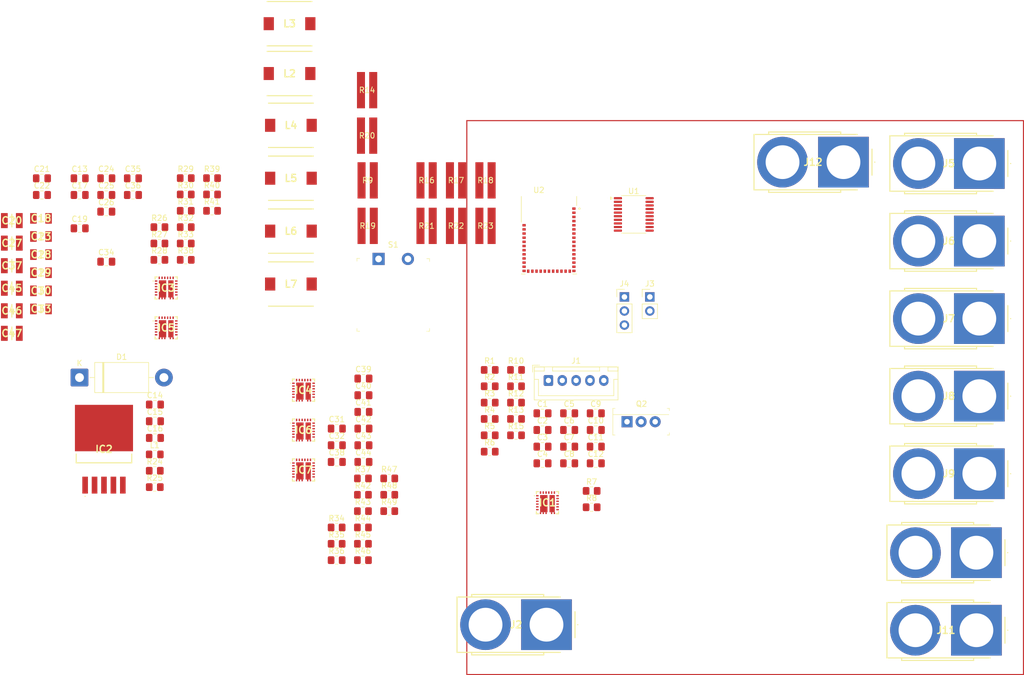
<source format=kicad_pcb>
(kicad_pcb (version 20241229) (generator "pcbnew") (generator_version "9.0")
  (layers (0 "F.Cu" signal) (2 "B.Cu" signal) (13 "F.Paste" user) (15 "B.Paste" user) (5 "F.SilkS" user "F.Silkscreen") (7 "B.SilkS" user "B.Silkscreen") (1 "F.Mask" user) (3 "B.Mask" user) (25 "Edge.Cuts" user))
  (net 0 "")
  (net 2 "Net-(U1-BAT)")
  (net 4 "GND1")
  (net 8 "Net-(IC1-SS)")
  (net 12 "+5V")
  (net 15 "/RegulatorInput/Feedback")
  (net 26 "GNDPWR")
  (net 29 "Net-(IC1-BST)")
  (net 32 "PACK-")
  (net 33 "Net-(J1-Pin_4)")
  (net 34 "/VC1")
  (net 35 "Net-(R13-Pad1)")
  (net 36 "/VC2")
  (net 37 "/SDA0")
  (net 38 "/VC4")
  (net 39 "/VC3")
  (net 40 "/SRP")
  (net 41 "/SCL0")
  (net 42 "PACK+")
  (net 43 "/VC0")
  (net 44 "/ALERT")
  (net 45 "/SRN")
  (net 46 "/REGOUT")
  (net 47 "Net-(U1-CAP1)")
  (net 48 "/TS1")
  (net 49 "/SWDCLK")
  (net 50 "/Power Distribution/LX12")
  (net 51 "/NRESET")
  (net 52 "/SWDIO")
  (net 53 "Net-(J1-Pin_5)")
  (net 54 "Net-(J1-Pin_3)")
  (net 55 "Net-(J1-Pin_2)")
  (net 56 "12VOUT")
  (net 57 "GNDA")
  (net 58 "/Power Distribution/LX9")
  (net 59 "Net-(IC3-BST)")
  (net 60 "Net-(IC3-SS)")
  (net 61 "/SWCLK")
  (net 62 "Net-(Q2-S)")
  (net 63 "Net-(Q2-G)")
  (net 64 "9VOUT")
  (net 65 "/Power Distribution/LX5")
  (net 66 "Net-(IC5-BST)")
  (net 67 "Net-(IC5-SS)")
  (net 68 "5VOUT")
  (net 69 "/RegulatorInput/Output")
  (net 70 "/Power Distribution/FB12")
  (net 71 "Net-(IC1-TON)")
  (net 72 "/PGOOD12")
  (net 73 "/EN12")
  (net 75 "Net-(IC3-TON)")
  (net 77 "/PGOOD9")
  (net 78 "/Power Distribution/FB9")
  (net 79 "/EN9")
  (net 80 "Net-(IC5-TON)")
  (net 82 "/Power Distribution/FB5")
  (net 83 "/EN5")
  (net 84 "/PGOOD5")
  (net 85 "/PGOOD21")
  (net 86 "Net-(IC4-BST)")
  (net 87 "Net-(IC6-BST)")
  (net 88 "Net-(IC7-BST)")
  (net 89 "Net-(IC4-SS)")
  (net 90 "Net-(IC6-SS)")
  (net 91 "Net-(IC7-SS)")
  (net 92 "Net-(IC4-TON)")
  (net 94 "Net-(IC6-TON)")
  (net 97 "Net-(IC7-TON)")
  (footprint "Capacitor_SMD:C_0805_2012Metric_Pad1.18x1.45mm_HandSolder" (layer "F.Cu") (at 42.73 44.924)
    (property "Reference" "C36")
    (property "Value" "4u7")
  )
  (footprint "Capacitor_SMD:C_0805_2012Metric_Pad1.18x1.45mm_HandSolder" (layer "F.Cu") (at 121.4759 87.3496)
    (property "Reference" "C6")
    (property "Value" "1u")
  )
  (footprint "Capacitor_SMD:C_0805_2012Metric_Pad1.18x1.45mm_HandSolder" (layer "F.Cu") (at 84.34 93.12)
    (property "Reference" "C44")
    (property "Value" "4u7")
  )
  (footprint "ul_LTR100LJZPFSR015:RES_LTR100L_ROM" (layer "F.Cu") (at 101.0589 50.5)
    (property "Reference" "R22")
    (property "Value" "13m")
  )
  (footprint "Resistor_SMD:R_0805_2012Metric_Pad1.20x1.40mm_HandSolder" (layer "F.Cu") (at 79.5 107.9)
    (property "Reference" "R35")
    (property "Value" "100k")
  )
  (footprint "Capacitor_SMD:C_0805_2012Metric_Pad1.18x1.45mm_HandSolder" (layer "F.Cu") (at 121.4759 84.3396)
    (property "Reference" "C5")
    (property "Value" "1u")
  )
  (footprint "Resistor_SMD:R_0805_2012Metric_Pad1.20x1.40mm_HandSolder" (layer "F.Cu") (at 47.51 56.634)
    (property "Reference" "R28")
    (property "Value" "190k")
  )
  (footprint "HCM1A0805-3R3-R:INDPM8180X540N" (layer "F.Cu") (at 71 23)
    (property "Reference" "L2")
    (property "Value" "HCM1A0805-3R3-R" (hide yes))
  )
  (footprint "EMK325ABJ107MM-P:CAPC3225X270N" (layer "F.Cu") (at 20.865 65.83)
    (property "Reference" "C46")
    (property "Value" "EMK325ABJ107MM-P" (hide yes))
  )
  (footprint "EMK325ABJ107MM-P:CAPC3225X270N" (layer "F.Cu") (at 20.865 61.76)
    (property "Reference" "C45")
    (property "Value" "EMK325ABJ107MM-P" (hide yes))
  )
  (footprint "HCM1A0805-3R3-R:INDPM8180X540N" (layer "F.Cu") (at 71.25 51.45)
    (property "Reference" "L6")
    (property "Value" "HCM1A0805-3R3-R" (hide yes))
  )
  (footprint "Resistor_SMD:R_0805_2012Metric_Pad1.20x1.40mm_HandSolder" (layer "F.Cu") (at 125.5359 98.3496)
    (property "Reference" "R7")
    (property "Value" "4k7'")
  )
  (footprint "Resistor_SMD:R_0805_2012Metric_Pad1.20x1.40mm_HandSolder" (layer "F.Cu") (at 107.1359 76.5096)
    (property "Reference" "R1")
    (property "Value" "100")
  )
  (footprint "Capacitor_SMD:C_0805_2012Metric_Pad1.18x1.45mm_HandSolder" (layer "F.Cu") (at 126.2859 93.3696)
    (property "Reference" "C12")
    (property "Value" "1u")
  )
  (footprint "Capacitor_SMD:C_0805_2012Metric_Pad1.18x1.45mm_HandSolder" (layer "F.Cu") (at 84.34 78.07)
    (property "Reference" "C39")
    (property "Value" "10n")
  )
  (footprint "EMK325ABJ107MM-P:CAPC3225X270N" (layer "F.Cu") (at 20.865 53.62)
    (property "Reference" "C27")
    (property "Value" "EMK325ABJ107MM-P" (hide yes))
  )
  (footprint "Capacitor_SMD:C_0805_2012Metric_Pad1.18x1.45mm_HandSolder" (layer "F.Cu") (at 37.92 41.914)
    (property "Reference" "C24")
    (property "Value" "100n")
  )
  (footprint "HCM1A0805-3R3-R:INDPM8180X540N" (layer "F.Cu") (at 71.25 32.35)
    (property "Reference" "L4")
    (property "Value" "HCM1A0805-3R3-R" (hide yes))
  )
  (footprint "XT90PB-F:XT90PBF" (layer "F.Cu") (at 117.3859 122.5)
    (property "Reference" "J2")
    (property "Value" "XT90PB-F" (hide yes))
  )
  (footprint "digikey-footprints:PushButton_12x12mm_THT_GPTS203211B" (layer "F.Cu") (at 87.0709 56.4746)
    (property "Reference" "S1")
    (property "Value" "GPTS203211B")
  )
  (footprint "Capacitor_SMD:C_0805_2012Metric_Pad1.18x1.45mm_HandSolder" (layer "F.Cu") (at 116.6659 93.3696)
    (property "Reference" "C4")
    (property "Value" "1u")
  )
  (footprint "Resistor_SMD:R_0805_2012Metric_Pad1.20x1.40mm_HandSolder" (layer "F.Cu") (at 111.8859 76.5096)
    (property "Reference" "R10")
    (property "Value" "1M")
  )
  (footprint "Capacitor_SMD:C_0805_2012Metric_Pad1.18x1.45mm_HandSolder" (layer "F.Cu") (at 84.34 84.09)
    (property "Reference" "C41")
    (property "Value" "10n")
  )
  (footprint "XT90PB-F:XT90PBF" (layer "F.Cu") (at 195 109.5)
    (property "Reference" "J10")
    (property "Value" "XT90PB-F" (hide yes))
  )
  (footprint "XT90PB-F:XT90PBF" (layer "F.Cu") (at 195 123.5)
    (property "Reference" "J11")
    (property "Value" "XT90PB-F" (hide yes))
  )
  (footprint "Resistor_SMD:R_0805_2012Metric_Pad1.20x1.40mm_HandSolder" (layer "F.Cu") (at 111.8859 79.4596)
    (property "Reference" "R11")
    (property "Value" "100")
  )
  (footprint "ul_LTR100LJZPFSR015:RES_LTR100L_ROM" (layer "F.Cu") (at 106.3769 42.2864)
    (property "Reference" "R18")
    (property "Value" "13m")
  )
  (footprint "XT90PB-F:XT90PBF" (layer "F.Cu") (at 195.525 95.245)
    (property "Reference" "J9")
    (property "Value" "XT90PB-F" (hide yes))
  )
  (footprint "Resistor_SMD:R_0805_2012Metric_Pad1.20x1.40mm_HandSolder" (layer "F.Cu") (at 84.25 104.95)
    (property "Reference" "R44")
    (property "Value" "190k")
  )
  (footprint "Inductor_SMD:L_0805_2012Metric_Pad1.15x1.40mm_HandSolder" (layer "F.Cu") (at 46.67 91.764)
    (property "Reference" "L1")
    (property "Value" "33u")
  )
  (footprint "Resistor_SMD:R_0805_2012Metric_Pad1.20x1.40mm_HandSolder" (layer "F.Cu") (at 89 99.05)
    (property "Reference" "R48")
    (property "Value" "75k")
  )
  (footprint "Capacitor_SMD:C_0805_2012Metric_Pad1.18x1.45mm_HandSolder" (layer "F.Cu") (at 126.2859 84.3396)
    (property "Reference" "C9")
    (property "Value" "100n")
  )
  (footprint "HCM1A0805-3R3-R:INDPM8180X540N" (layer "F.Cu") (at 71.25 41.9)
    (property "Reference" "L5")
    (property "Value" "HCM1A0805-3R3-R" (hide yes))
  )
  (footprint "Resistor_SMD:R_0805_2012Metric_Pad1.20x1.40mm_HandSolder" (layer "F.Cu") (at 84.25 102)
    (property "Reference" "R43")
    (property "Value" "100k")
  )
  (footprint "Capacitor_SMD:C_0805_2012Metric_Pad1.18x1.45mm_HandSolder" (layer "F.Cu") (at 33.11 50.944)
    (property "Reference" "C19")
    (property "Value" "100n")
  )
  (footprint "Resistor_SMD:R_0805_2012Metric_Pad1.20x1.40mm_HandSolder" (layer "F.Cu") (at 84.25 107.9)
    (property "Reference" "R45")
    (property "Value" "10k")
  )
  (footprint "Resistor_SMD:R_0805_2012Metric_Pad1.20x1.40mm_HandSolder" (layer "F.Cu") (at 111.8859 85.3596)
    (property "Reference" "R13")
    (property "Value" "10k")
  )
  (footprint "Capacitor_SMD:C_0805_2012Metric_Pad1.18x1.45mm_HandSolder" (layer "F.Cu") (at 116.6659 90.3596)
    (property "Reference" "C3")
    (property "Value" "1u")
  )
  (footprint "Capacitor_SMD:C_0805_2012Metric_Pad1.18x1.45mm_HandSolder" (layer "F.Cu") (at 84.34 90.11)
    (property "Reference" "C43")
    (property "Value" "4u7")
  )
  (footprint "Resistor_SMD:R_0805_2012Metric_Pad1.20x1.40mm_HandSolder" (layer "F.Cu") (at 52.26 50.734)
    (property "Reference" "R32")
    (property "Value" "140k")
  )
  (footprint "EMK325ABJ107MM-P:CAPC3225X270N" (layer "F.Cu") (at 20.865 49.55)
    (property "Reference" "C20")
    (property "Value" "EMK325ABJ107MM-P" (hide yes))
  )
  (footprint "Resistor_SMD:R_0805_2012Metric_Pad1.20x1.40mm_HandSolder" (layer "F.Cu") (at 89 96.1)
    (property "Reference" "R47")
    (property "Value" "10k")
  )
  (footprint "ul_LTR100LJZPFSR015:RES_LTR100L_ROM" (layer "F.Cu") (at 85.1049 42.2864)
    (property "Reference" "R9")
    (property "Value" "13m")
  )
  (footprint "Resistor_SMD:R_0805_2012Metric_Pad1.20x1.40mm_HandSolder" (layer "F.Cu") (at 107.1359 79.4596)
    (property "Reference" "R2")
    (property "Value" "100")
  )
  (footprint "Resistor_SMD:R_0805_2012Metric_Pad1.20x1.40mm_HandSolder" (layer "F.Cu") (at 57.01 47.784)
    (property "Reference" "R41")
    (property "Value" "10k")
  )
  (footprint "Capacitor_SMD:C_0805_2012Metric_Pad1.18x1.45mm_HandSolder" (layer "F.Cu") (at 84.34 87.1)
    (property "Reference" "C42")
    (property "Value" "4u7")
  )
  (footprint "LIB_AOZ2261NQI-11:AOZ2261NQI11" (layer "F.Cu") (at 73.525 87.365)
    (property "Reference" "IC6")
    (property "Value" "AOZ2261NQI-11" (hide yes))
  )
  (footprint "ul_LTR100LJZPFSR015:RES_LTR100L_ROM" (layer "F.Cu") (at 101.0589 42.2864)
    (property "Reference" "R17")
    (property "Value" "13m")
  )
  (footprint "Diode_THT:D_DO-201AD_P15.24mm_Horizontal" (layer "F.Cu") (at 33.08 77.884)
    (property "Reference" "D1")
    (property "Value" "1N5822")
  )
  (footprint "Resistor_SMD:R_0805_2012Metric_Pad1.20x1.40mm_HandSolder" (layer "F.Cu") (at 125.5359 101.2996)
    (property "Reference" "R8")
    (property "Value" "4k7")
  )
  (footprint "XT90PB-F:XT90PBF" (layer "F.Cu") (at 171 39)
    (property "Reference" "J12")
    (property "Value" "XT90PB-F" (hide yes))
  )
  (footprint "ul_LTR100LJZPFSR015:RES_LTR100L_ROM" (layer "F.Cu") (at 106.3769 50.5)
    (property "Reference" "R23")
    (property "Value" "13m")
  )
  (footprint "Resistor_SMD:R_0805_2012Metric_Pad1.20x1.40mm_HandSolder" (layer "F.Cu") (at 84.25 96.1)
    (property "Reference" "R37")
    (property "Value" "100k")
  )
  (footprint "XT90PB-F:XT90PBF" (layer "F.Cu") (at 195.525 67.245)
    (property "Reference" "J7")
    (property "Value" "XT90PB-F" (hide yes))
  )
  (footprint "HCM1A0805-3R3-R:INDPM8180X540N" (layer "F.Cu") (at 71.25 61)
    (property "Reference" "L7")
    (property "Value" "HCM1A0805-3R3-R" (hide yes))
  )
  (footprint "ul_LTR100LJZPFSR015:RES_LTR100L_ROM" (layer "F.Cu") (at 95.7409 50.5)
    (property "Reference" "R21")
    (property "Value" "13m")
  )
  (footprint "Resistor_SMD:R_0805_2012Metric_Pad1.20x1.40mm_HandSolder" (layer "F.Cu") (at 46.67 97.664)
    (property "Reference" "R25")
    (property "Value" "1k")
  )
  (footprint "Capacitor_SMD:C_0805_2012Metric_Pad1.18x1.45mm_HandSolder" (layer "F.Cu") (at 42.73 41.914)
    (property "Reference" "C35")
    (property "Value" "10n")
  )
  (footprint "LIB_AOZ2261NQI-11:AOZ2261NQI11" (layer "F.Cu") (at 117.5609 100.4746)
    (property "Reference" "IC1")
    (property "Value" "AOZ2261NQI-11" (hide yes))
  )
  (footprint "Capacitor_SMD:C_0805_2012Metric_Pad1.18x1.45mm_HandSolder" (layer "F.Cu") (at 26.3 44.924)
    (property "Reference" "C22")
    (property "Value" "100u")
  )
  (footprint "Capacitor_SMD:C_0805_2012Metric_Pad1.18x1.45mm_HandSolder" (layer "F.Cu") (at 79.53 87.1)
    (property "Reference" "C31")
    (property "Value" "100n")
  )
  (footprint "ul_LTR100LJZPFSR015:RES_LTR100L_ROM" (layer "F.Cu") (at 85 34.2136)
    (property "Reference" "R20")
    (property "Value" "13m")
  )
  (footprint "Capacitor_SMD:C_0805_2012Metric_Pad1.18x1.45mm_HandSolder" (layer "F.Cu") (at 116.6659 84.3396)
    (property "Reference" "C1")
    (property "Value" "1u")
  )
  (footprint "Resistor_SMD:R_0805_2012Metric_Pad1.20x1.40mm_HandSolder" (layer "F.Cu") (at 57.01 41.884)
    (property "Reference" "R39")
    (property "Value" "100k")
  )
  (footprint "Resistor_SMD:R_0805_2012Metric_Pad1.20x1.40mm_HandSolder" (layer "F.Cu") (at 84.25 99.05)
    (property "Reference" "R42")
    (property "Value" "100k")
  )
  (footprint "Resistor_SMD:R_0805_2012Metric_Pad1.20x1.40mm_HandSolder" (layer "F.Cu") (at 107.1359 82.4096)
    (property "Reference" "R3")
    (property "Value" "100")
  )
  (footprint "TMK316BBJ226ML-T:CAPC3216X190N" (layer "F.Cu") (at 26.13 62.23)
    (property "Reference" "C30")
    (property "Value" "TMK316BBJ226ML-T" (hide yes))
  )
  (footprint "Resistor_SMD:R_0805_2012Metric_Pad1.20x1.40mm_HandSolder" (layer "F.Cu") (at 52.26 47.784)
    (property "Reference" "R31")
    (property "Value" "100k")
  )
  (footprint "XT90PB-F:XT90PBF" (layer "F.Cu") (at 195.525 53.245)
    (property "Reference" "J6")
    (property "Value" "XT90PB-F" (hide yes))
  )
  (footprint "Capacitor_SMD:C_0805_2012Metric_Pad1.18x1.45mm_HandSolder" (layer "F.Cu") (at 37.92 47.934)
    (property "Reference" "C26")
    (property "Value" "4u7")
  )
  (footprint "Resistor_SMD:R_0805_2012Metric_Pad1.20x1.40mm_HandSolder" (layer "F.Cu") (at 107.1359 88.3096)
    (property "Reference" "R5")
    (property "Value" "100")
  )
  (footprint "Resistor_SMD:R_0805_2012Metric_Pad1.20x1.40mm_HandSolder" (layer "F.Cu") (at 84.25 110.85)
    (property "Reference" "R46")
    (property "Value" "140k")
  )
  (footprint "Capacitor_SMD:C_0805_2012Metric_Pad1.18x1.45mm_HandSolder" (layer "F.Cu") (at 121.4759 93.3696)
    (property "Reference" "C8")
    (property "Value" "100n")
  )
  (footprint "TMK316BBJ226ML-T:CAPC3216X190N" (layer "F.Cu") (at 26.13 58.96)
    (property "Reference" "C29")
    (property "Value" "TMK316BBJ226ML-T" (hide yes))
  )
  (footprint "digikey-footprints:TO-220-3" (layer "F.Cu") (at 131.9259 85.8596)
    (property "Reference" "Q2")
    (property "Value" "IRLB3813PBF")
  )
  (footprint "Capacitor_SMD:C_0805_2012Metric_Pad1.18x1.45mm_HandSolder" (layer "F.Cu") (at 37.92 56.964)
    (property "Reference" "C34")
    (property "Value" "100n")
  )
  (footprint "Capacitor_SMD:C_0805_2012Metric_Pad1.18x1.45mm_HandSolder" (layer "F.Cu") (at 79.53 93.12)
    (property "Reference" "C38")
    (property "Value" "100n")
  )
  (footprint "ul_LTR100LJZPFSR015:RES_LTR100L_ROM" (layer "F.Cu") (at 85.1049 50.5)
    (property "Reference" "R19")
    (property "Value" "13m")
  )
  (footprint "Resistor_SMD:R_0805_2012Metric_Pad1.20x1.40mm_HandSolder" (layer "F.Cu") (at 52.26 53.684)
    (property "Reference" "R33")
    (property "Value" "10k")
  )
  (footprint "Resistor_SMD:R_0805_2012Metric_Pad1.20x1.40mm_HandSolder" (layer "F.Cu") (at 89 102)
    (property "Reference" "R49")
    (property "Value" "10k")
  )
  (footprint "Resistor_SMD:R_0805_2012Metric_Pad1.20x1.40mm_HandSolder" (layer "F.Cu") (at 79.5 104.95)
    (property "Reference" "R34")
    (property "Value" "100k")
  )
  (footprint "Capacitor_SMD:C_0805_2012Metric_Pad1.18x1.45mm_HandSolder" (layer "F.Cu") (at 37.92 44.924)
    (property "Reference" "C25")
    (property "Value" "10n")
  )
  (footprint "ul_LTR100LJZPFSR015:RES_LTR100L_ROM" (layer "F.Cu") (at 85 26)
    (property "Reference" "R14")
    (property "Value" "13m")
  )
  (footprint "Connector_PinHeader_2.54mm:PinHeader_1x02_P2.54mm_Vertical" (layer "F.Cu") (at 136.0459 63.3296)
    (property "Reference" "J3")
    (property "Value" "Conn_01x02_Pin")
  )
  (footprint "Resistor_SMD:R_0805_2012Metric_Pad1.20x1.40mm_HandSolder" (layer "F.Cu") (at 52.26 56.634)
    (property "Reference" "R38")
    (property "Value" "100k")
  )
  (footprint "Capacitor_SMD:C_0805_2012Metric_Pad1.18x1.45mm_HandSolder" (layer "F.Cu") (at 116.6659 87.3496)
    (property "Reference" "C2")
    (property "Value" "1u")
  )
  (footprint "LIB_AOZ2261NQI-11:AOZ2261NQI11" (layer "F.Cu") (at 73.525 80.165)
    (property "Reference" "IC4")
    (property "Value" "AOZ2261NQI-11" (hide yes))
  )
  (footprint "Connector_JST:JST_XH_B5B-XH-A_1x05_P2.50mm_Vertical" (layer "F.Cu") (at 117.7359 78.4096)
    (property "Reference" "J1")
    (property "Value" "Conn_01x05_Pin")
  )
  (footprint "Capacitor_SMD:C_0805_2012Metric_Pad1.18x1.45mm_HandSolder" (layer "F.Cu") (at 46.7 82.764)
    (property "Reference" "C14")
    (property "Value" "100u")
  )
  (footprint "Resistor_SMD:R_0805_2012Metric_Pad1.20x1.40mm_HandSolder" (layer "F.Cu") (at 46.67 94.714)
    (property "Reference" "R24")
    (property "Value" "3k1")
  )
  (footprint "LIB_AOZ2261NQI-11:AOZ2261NQI11" (layer "F.Cu") (at 48.735 61.709)
    (property "Reference" "IC3")
    (property "Value" "AOZ2261NQI-11" (hide yes))
  )
  (footprint "Capacitor_SMD:C_0805_2012Metric_Pad1.18x1.45mm_HandSolder" (layer "F.Cu") (at 121.4759 90.3596)
    (property "Reference" "C7")
    (property "Value" "10u")
  )
  (footprint "XT90PB-F:XT90PBF" (layer "F.Cu") (at 195.525 81.245)
    (property "Reference" "J8")
    (property "Value" "XT90PB-F" (hide yes))
  )
  (footprint "Resistor_SMD:R_0805_2012Metric_Pad1.20x1.40mm_HandSolder" (layer "F.Cu") (at 57.01 44.834)
    (property "Reference" "R40")
    (property "Value" "75k")
  )
  (footprint "Resistor_SMD:R_0805_2012Metric_Pad1.20x1.40mm_HandSolder" (layer "F.Cu") (at 52.26 44.834)
    (property "Reference" "R30")
    (property "Value" "100k")
  )
  (footprint "Capacitor_SMD:C_0805_2012Metric_Pad1.18x1.45mm_HandSolder" (layer "F.Cu") (at 33.11 44.924)
    (property "Reference" "C17")
    (property "Value" "4u7")
  )
  (footprint "TMK316BBJ226ML-T:CAPC3216X190N" (layer "F.Cu") (at 26.13 65.5)
    (property "Reference" "C33")
    (property "Value" "TMK316BBJ226ML-T" (hide yes))
  )
  (footprint "TMK316BBJ226ML-T:CAPC3216X190N" (layer "F.Cu") (at 26.13 49.15)
    (property "Reference" "C18")
    (property "Value" "TMK316BBJ226ML-T" (hide yes))
  )
  (footprint "Resistor_SMD:R_0805_2012Metric_Pad1.20x1.40mm_HandSolder" (layer "F.Cu") (at 79.5 110.85)
    (property "Reference" "R36")
    (property "Value" "100k")
  )
  (footprint "Resistor_SMD:R_0805_2012Metric_Pad1.20x1.40mm_HandSolder" (layer "F.Cu") (at 52.26 41.884)
    (property "Reference" "R29")
    (property "Value" "10k")
  )
  (footprint "Resistor_SMD:R_0805_2012Metric_Pad1.20x1.40mm_HandSolder" (layer "F.Cu") (at 47.51 50.734)
    (property "Reference" "R26")
    (property "Value" "100k")
  )
  (footprint "XT90PB-F:XT90PBF" (layer "F.Cu") (at 195.525 39.245)
    (property "Reference" "J5")
    (property "Value" "XT90PB-F" (hide yes))
  )
  (footprint "Capacitor_SMD:C_0805_2012Metric_Pad1.18x1.45mm_HandSolder" (layer "F.Cu") (at 46.7 88.784)
    (property "Reference" "C16")
    (property "Value" "10n")
  )
  (footprint "LIB_AOZ2261NQI-11:AOZ2261NQI11" (layer "F.Cu") (at 48.735 68.909)
    (property "Reference" "IC5")
    (property "Value" "AOZ2261NQI-11" (hide yes))
  )
  (footprint "LIB_LM2596DSADJG:LM2596DSADJG" (layer "F.Cu") (at 37.5 90.692)
    (property "Reference" "IC2")
    (property "Value" "LM2596DSADJG" (hide yes))
  )
  (footprint "EMK325ABJ107MM-P:CAPC3225X270N" (layer "F.Cu") (at 20.865 69.9)
    (property "Reference" "C47")
    (property "Value" "EMK325ABJ107MM-P" (hide yes))
  )
  (footprint "Resistor_SMD:R_0805_2012Metric_Pad1.20x1.40mm_HandSolder" (layer "F.Cu") (at 107.1359 85.3596)
    (property "Reference" "R4")
    (property "Value" "100")
  )
  (footprint "Resistor_SMD:R_0805_2012Metric_Pad1.20x1.40mm_HandSolder" (layer "F.Cu") (at 107.1359 91.2596)
    (property "Reference" "R6")
    (property "Value" "100")
  )
  (footprint "Package_SO:TSSOP-20_4.4x6.5mm_P0.65mm" (layer "F.Cu") (at 133.1434 48.4346)
    (property "Reference" "U1")
    (property "Value" "BQ76920PW")
  )
  (footprint "ul_LTR100LJZPFSR015:RES_LTR100L_ROM" (layer "F.Cu") (at 95.7409 42.2864)
    (property "Reference" "R16")
    (property "Value" "13m")
  )
  (footprint "Resistor_SMD:R_0805_2012Metric_Pad1.20x1.40mm_HandSolder" (layer "F.Cu") (at 111.8859 88.3096)
    (property "Reference" "R15")
    (property "Value" "4k7")
  )
  (footprint "Resistor_SMD:R_0805_2012Metric_Pad1.20x1.40mm_HandSolder" (layer "F.Cu") (at 47.51 53.684)
    (property "Reference" "R27")
    (property "Value" "100k")
  )
  (footprint "Capacitor_SMD:C_0805_2012Metric_Pad1.18x1.45mm_HandSolder" (layer "F.Cu") (at 26.3 41.914)
    (property "Reference" "C21")
    (property "Value" "100n")
  )
  (footprint "Capacitor_SMD:C_0805_2012Metric_Pad1.18x1.45mm_HandSolder" (layer "F.Cu") (at 84.34 81.08)
    (property "Reference" "C40")
    (property "Value" "10n")
  )
  (footprint "Capacitor_SMD:C_0805_2012Metric_Pad1.18x1.45mm_HandSolder" (layer "F.Cu") (at 79.53 90.11)
    (property "Reference" "C32")
    (property "Value" "100n")
  )
  (footprint "LIB_AOZ2261NQI-11:AOZ2261NQI11" (layer "F.Cu") (at 73.525 94.565)
    (property "Reference" "IC7")
    (property "Value" "AOZ2261NQI-11" (hide yes))
  )
  (footprint "453-00001R:XCVR_453-00001R" (layer "F.Cu") (at 117.8384 52.1846)
    (property "Reference" "U2")
    (property "Value" "453-00001R")
  )
  (footprint "Resistor_SMD:R_0805_2012Metric_Pad1.20x1.40mm_HandSolder" (layer "F.Cu") (at 111.8859 82.4096)
    (property "Reference" "R12")
    (property "Value" "100")
  )
  (footprint "EMK325ABJ107MM-P:CAPC3225X270N" (layer "F.Cu") (at 20.865 57.69)
    (property "Reference" "C37")
    (property "Value" "EMK325ABJ107MM-P" (hide yes))
  )
  (footprint "HCM1A0805-3R3-R:INDPM8180X540N" (layer "F.Cu") (at 71 14)
    (property "Reference" "L3")
    (property "Value" "HCM1A0805-3R3-R" (hide yes))
  )
  (footprint "Capacitor_SMD:C_0805_2012Metric_Pad1.18x1.45mm_HandSolder" (layer "F.Cu") (at 126.2859 90.3596)
    (property "Reference" "C11")
    (property "Value" "4u7")
  )
  (footprint "Connector_PinHeader_2.54mm:PinHeader_1x03_P2.54mm_Vertical" (layer "F.Cu") (at 131.4559 63.3296)
    (property "Reference" "J4")
    (property "Value" "Conn_01x03_Pin")
  )
  (footprint "Capacitor_SMD:C_0805_2012Metric_Pad1.18x1.45mm_HandSolder" (layer "F.Cu") (at 126.2859 87.3496)
    (property "Reference" "C10")
    (property "Value" "100n")
  )
  (footprint "Capacitor_SMD:C_0805_2012Metric_Pad1.18x1.45mm_HandSolder" (layer "F.Cu") (at 33.11 41.914)
    (property "Reference" "C13")
    (property "Value" "10n")
  )
  (footprint "TMK316BBJ226ML-T:CAPC3216X190N" (layer "F.Cu") (at 26.13 55.69)
    (property "Reference" "C28")
    (property "Value" "TMK316BBJ226ML-T" (hide yes))
  )
  (footprint "TMK316BBJ226ML-T:CAPC3216X190N" (layer "F.Cu") (at 26.13 52.42)
    (property "Reference" "C23")
    (property "Value" "TMK316BBJ226ML-T" (hide yes))
  )
  (footprint "Capacitor_SMD:C_0805_2012Metric_Pad1.18x1.45mm_HandSolder" (layer "F.Cu") (at 46.7 85.774)
    (property "Reference" "C15")
    (property "Value" "220u")
  )
  (gr_rect (start 103 31.5) (end 203.5 131.5) (stroke (width 0.2)) (fill no) (layer "F.Cu") (net 42))
  (segment (start 184.525 108.975) (end 184 109.5) (width 0.2) (layer "F.Cu") (net 64))
)
</source>
